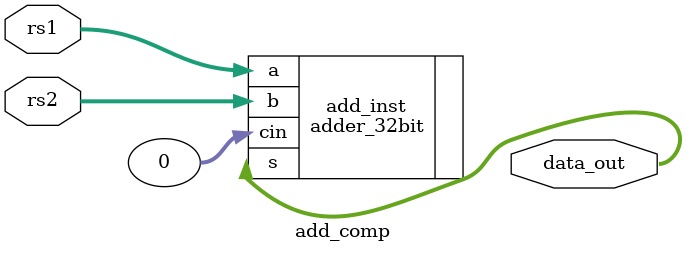
<source format=sv>
/* verilator lint_off UNOPTFLAT */
module add_comp (
// Input and Output 
	// Input Logic
	input logic	[31 : 0]	rs1,
	input logic 	[31 : 0]	rs2,
	
	// Output logic 
	output logic 	[31 : 0]	data_out
);

	// Local declaration 
	//logic 			cout;
	
	// Adder component 
	adder_32bit			add_inst (
		// Input Logic
					.a			(rs1),
					.b			(rs2),
					.cin			(0),
	
		// Output logic 
					.s			(data_out)
					//.cout				(cout)
	);
endmodule

</source>
